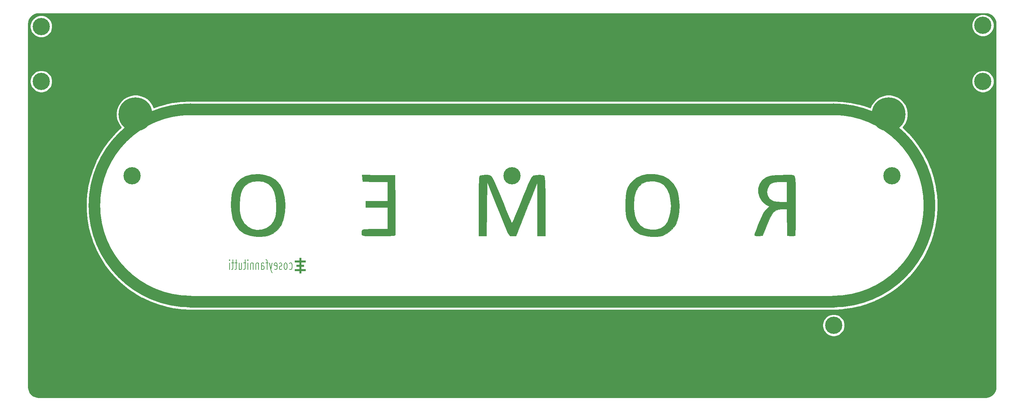
<source format=gbr>
G04 #@! TF.GenerationSoftware,KiCad,Pcbnew,(5.1.9)-1*
G04 #@! TF.CreationDate,2021-08-16T00:49:14+02:00*
G04 #@! TF.ProjectId,romeo-bottom,726f6d65-6f2d-4626-9f74-746f6d2e6b69,rev?*
G04 #@! TF.SameCoordinates,Original*
G04 #@! TF.FileFunction,Copper,L2,Bot*
G04 #@! TF.FilePolarity,Positive*
%FSLAX46Y46*%
G04 Gerber Fmt 4.6, Leading zero omitted, Abs format (unit mm)*
G04 Created by KiCad (PCBNEW (5.1.9)-1) date 2021-08-16 00:49:14*
%MOMM*%
%LPD*%
G01*
G04 APERTURE LIST*
G04 #@! TA.AperFunction,NonConductor*
%ADD10C,0.200000*%
G04 #@! TD*
G04 #@! TA.AperFunction,EtchedComponent*
%ADD11C,0.010000*%
G04 #@! TD*
G04 #@! TA.AperFunction,EtchedComponent*
%ADD12C,3.000000*%
G04 #@! TD*
G04 #@! TA.AperFunction,ComponentPad*
%ADD13C,8.600000*%
G04 #@! TD*
G04 #@! TA.AperFunction,ComponentPad*
%ADD14C,4.400000*%
G04 #@! TD*
G04 #@! TA.AperFunction,Conductor*
%ADD15C,0.254000*%
G04 #@! TD*
G04 #@! TA.AperFunction,Conductor*
%ADD16C,2.000000*%
G04 #@! TD*
G04 APERTURE END LIST*
D10*
X88870514Y-77567504D02*
X89013371Y-77686552D01*
X89299085Y-77686552D01*
X89441942Y-77567504D01*
X89513371Y-77448457D01*
X89584800Y-77210361D01*
X89584800Y-76496076D01*
X89513371Y-76257980D01*
X89441942Y-76138933D01*
X89299085Y-76019885D01*
X89013371Y-76019885D01*
X88870514Y-76138933D01*
X88013371Y-77686552D02*
X88156228Y-77567504D01*
X88227657Y-77448457D01*
X88299085Y-77210361D01*
X88299085Y-76496076D01*
X88227657Y-76257980D01*
X88156228Y-76138933D01*
X88013371Y-76019885D01*
X87799085Y-76019885D01*
X87656228Y-76138933D01*
X87584800Y-76257980D01*
X87513371Y-76496076D01*
X87513371Y-77210361D01*
X87584800Y-77448457D01*
X87656228Y-77567504D01*
X87799085Y-77686552D01*
X88013371Y-77686552D01*
X86941942Y-77567504D02*
X86799085Y-77686552D01*
X86513371Y-77686552D01*
X86370514Y-77567504D01*
X86299085Y-77329409D01*
X86299085Y-77210361D01*
X86370514Y-76972266D01*
X86513371Y-76853219D01*
X86727657Y-76853219D01*
X86870514Y-76734171D01*
X86941942Y-76496076D01*
X86941942Y-76377028D01*
X86870514Y-76138933D01*
X86727657Y-76019885D01*
X86513371Y-76019885D01*
X86370514Y-76138933D01*
X85084800Y-77567504D02*
X85227657Y-77686552D01*
X85513371Y-77686552D01*
X85656228Y-77567504D01*
X85727657Y-77329409D01*
X85727657Y-76377028D01*
X85656228Y-76138933D01*
X85513371Y-76019885D01*
X85227657Y-76019885D01*
X85084800Y-76138933D01*
X85013371Y-76377028D01*
X85013371Y-76615123D01*
X85727657Y-76853219D01*
X84513371Y-76019885D02*
X84156228Y-77686552D01*
X83799085Y-76019885D02*
X84156228Y-77686552D01*
X84299085Y-78281790D01*
X84370514Y-78400838D01*
X84513371Y-78519885D01*
X83441942Y-76019885D02*
X82870514Y-76019885D01*
X83227657Y-77686552D02*
X83227657Y-75543695D01*
X83156228Y-75305600D01*
X83013371Y-75186552D01*
X82870514Y-75186552D01*
X81727657Y-77686552D02*
X81727657Y-76377028D01*
X81799085Y-76138933D01*
X81941942Y-76019885D01*
X82227657Y-76019885D01*
X82370514Y-76138933D01*
X81727657Y-77567504D02*
X81870514Y-77686552D01*
X82227657Y-77686552D01*
X82370514Y-77567504D01*
X82441942Y-77329409D01*
X82441942Y-77091314D01*
X82370514Y-76853219D01*
X82227657Y-76734171D01*
X81870514Y-76734171D01*
X81727657Y-76615123D01*
X81013371Y-76019885D02*
X81013371Y-77686552D01*
X81013371Y-76257980D02*
X80941942Y-76138933D01*
X80799085Y-76019885D01*
X80584800Y-76019885D01*
X80441942Y-76138933D01*
X80370514Y-76377028D01*
X80370514Y-77686552D01*
X79656228Y-76019885D02*
X79656228Y-77686552D01*
X79656228Y-76257980D02*
X79584800Y-76138933D01*
X79441942Y-76019885D01*
X79227657Y-76019885D01*
X79084800Y-76138933D01*
X79013371Y-76377028D01*
X79013371Y-77686552D01*
X78299085Y-77686552D02*
X78299085Y-76019885D01*
X78299085Y-75186552D02*
X78370514Y-75305600D01*
X78299085Y-75424647D01*
X78227657Y-75305600D01*
X78299085Y-75186552D01*
X78299085Y-75424647D01*
X77799085Y-76019885D02*
X77227657Y-76019885D01*
X77584800Y-75186552D02*
X77584800Y-77329409D01*
X77513371Y-77567504D01*
X77370514Y-77686552D01*
X77227657Y-77686552D01*
X76084800Y-76019885D02*
X76084800Y-77686552D01*
X76727657Y-76019885D02*
X76727657Y-77329409D01*
X76656228Y-77567504D01*
X76513371Y-77686552D01*
X76299085Y-77686552D01*
X76156228Y-77567504D01*
X76084800Y-77448457D01*
X75584800Y-76019885D02*
X75013371Y-76019885D01*
X75370514Y-75186552D02*
X75370514Y-77329409D01*
X75299085Y-77567504D01*
X75156228Y-77686552D01*
X75013371Y-77686552D01*
X74727657Y-76019885D02*
X74156228Y-76019885D01*
X74513371Y-75186552D02*
X74513371Y-77329409D01*
X74441942Y-77567504D01*
X74299085Y-77686552D01*
X74156228Y-77686552D01*
X73656228Y-77686552D02*
X73656228Y-76019885D01*
X73656228Y-75186552D02*
X73727657Y-75305600D01*
X73656228Y-75424647D01*
X73584800Y-75305600D01*
X73656228Y-75186552D01*
X73656228Y-75424647D01*
D11*
G36*
X91837934Y-78001377D02*
G01*
X92407317Y-77999200D01*
X92976700Y-77997024D01*
X92976700Y-77590624D01*
X91837934Y-77586272D01*
X91837934Y-76925991D01*
X92557601Y-76925991D01*
X92557601Y-76494191D01*
X91837934Y-76494191D01*
X91837934Y-75816977D01*
X92407317Y-75814800D01*
X92976700Y-75812624D01*
X92978963Y-75598841D01*
X92981225Y-75385058D01*
X91837934Y-75385058D01*
X91837934Y-74766991D01*
X91397667Y-74766991D01*
X91397667Y-75385058D01*
X90263134Y-75385058D01*
X90263134Y-75816857D01*
X91397667Y-75816857D01*
X91397667Y-76494191D01*
X90686467Y-76494191D01*
X90686467Y-76925991D01*
X91397667Y-76925991D01*
X91397667Y-77586391D01*
X90263134Y-77586391D01*
X90263134Y-78001257D01*
X91397448Y-78001257D01*
X91401900Y-78589691D01*
X91619917Y-78591950D01*
X91837934Y-78594210D01*
X91837934Y-78001377D01*
G37*
X91837934Y-78001377D02*
X92407317Y-77999200D01*
X92976700Y-77997024D01*
X92976700Y-77590624D01*
X91837934Y-77586272D01*
X91837934Y-76925991D01*
X92557601Y-76925991D01*
X92557601Y-76494191D01*
X91837934Y-76494191D01*
X91837934Y-75816977D01*
X92407317Y-75814800D01*
X92976700Y-75812624D01*
X92978963Y-75598841D01*
X92981225Y-75385058D01*
X91837934Y-75385058D01*
X91837934Y-74766991D01*
X91397667Y-74766991D01*
X91397667Y-75385058D01*
X90263134Y-75385058D01*
X90263134Y-75816857D01*
X91397667Y-75816857D01*
X91397667Y-76494191D01*
X90686467Y-76494191D01*
X90686467Y-76925991D01*
X91397667Y-76925991D01*
X91397667Y-77586391D01*
X90263134Y-77586391D01*
X90263134Y-78001257D01*
X91397448Y-78001257D01*
X91401900Y-78589691D01*
X91619917Y-78591950D01*
X91837934Y-78594210D01*
X91837934Y-78001377D01*
D12*
X227271166Y-85872600D02*
X63737832Y-85872600D01*
X227271166Y-36872600D02*
X63737832Y-36872600D01*
D11*
G36*
X107446455Y-54404914D02*
G01*
X107515902Y-55245407D01*
X110690902Y-55307226D01*
X113865902Y-55369046D01*
X113865902Y-60258565D01*
X108295727Y-60258565D01*
X108295727Y-61818214D01*
X113865902Y-61818214D01*
X113865902Y-67388390D01*
X110650215Y-67388390D01*
X109389865Y-67392096D01*
X108504579Y-67409455D01*
X107923826Y-67449829D01*
X107577077Y-67522580D01*
X107393802Y-67637071D01*
X107303470Y-67802662D01*
X107293095Y-67834004D01*
X107240202Y-68426587D01*
X107293095Y-68725232D01*
X107364595Y-68882140D01*
X107506064Y-68997170D01*
X107779352Y-69076799D01*
X108246308Y-69127504D01*
X108968784Y-69155761D01*
X110008628Y-69168047D01*
X111427691Y-69170839D01*
X111548436Y-69170846D01*
X113099380Y-69162855D01*
X114250007Y-69136889D01*
X115045358Y-69089959D01*
X115530479Y-69019078D01*
X115750412Y-68921255D01*
X115769826Y-68890753D01*
X115793764Y-68607969D01*
X115812385Y-67933748D01*
X115825347Y-66922238D01*
X115832311Y-65627588D01*
X115832935Y-64103947D01*
X115826878Y-62405464D01*
X115818535Y-61148209D01*
X115759762Y-53685758D01*
X111568384Y-53625089D01*
X107377007Y-53564421D01*
X107446455Y-54404914D01*
G37*
X107446455Y-54404914D02*
X107515902Y-55245407D01*
X110690902Y-55307226D01*
X113865902Y-55369046D01*
X113865902Y-60258565D01*
X108295727Y-60258565D01*
X108295727Y-61818214D01*
X113865902Y-61818214D01*
X113865902Y-67388390D01*
X110650215Y-67388390D01*
X109389865Y-67392096D01*
X108504579Y-67409455D01*
X107923826Y-67449829D01*
X107577077Y-67522580D01*
X107393802Y-67637071D01*
X107303470Y-67802662D01*
X107293095Y-67834004D01*
X107240202Y-68426587D01*
X107293095Y-68725232D01*
X107364595Y-68882140D01*
X107506064Y-68997170D01*
X107779352Y-69076799D01*
X108246308Y-69127504D01*
X108968784Y-69155761D01*
X110008628Y-69168047D01*
X111427691Y-69170839D01*
X111548436Y-69170846D01*
X113099380Y-69162855D01*
X114250007Y-69136889D01*
X115045358Y-69089959D01*
X115530479Y-69019078D01*
X115750412Y-68921255D01*
X115769826Y-68890753D01*
X115793764Y-68607969D01*
X115812385Y-67933748D01*
X115825347Y-66922238D01*
X115832311Y-65627588D01*
X115832935Y-64103947D01*
X115826878Y-62405464D01*
X115818535Y-61148209D01*
X115759762Y-53685758D01*
X111568384Y-53625089D01*
X107377007Y-53564421D01*
X107446455Y-54404914D01*
G36*
X151768257Y-53611709D02*
G01*
X151062461Y-53761425D01*
X150660080Y-53964267D01*
X150441743Y-54287844D01*
X150087974Y-54988002D01*
X149617225Y-56023123D01*
X149047948Y-57351588D01*
X148398595Y-58931778D01*
X147870179Y-60256955D01*
X147190849Y-61974661D01*
X146652634Y-63315859D01*
X146236597Y-64319925D01*
X145923803Y-65026231D01*
X145695314Y-65474150D01*
X145532196Y-65703056D01*
X145415512Y-65752321D01*
X145326326Y-65661318D01*
X145298416Y-65604324D01*
X145148376Y-65251202D01*
X144854811Y-64548191D01*
X144443542Y-63557580D01*
X143940392Y-62341661D01*
X143371182Y-60962725D01*
X142872143Y-59751359D01*
X142263686Y-58291109D01*
X141690936Y-56950326D01*
X141181011Y-55789859D01*
X140761030Y-54870559D01*
X140458114Y-54253275D01*
X140315188Y-54014078D01*
X139939292Y-53730186D01*
X139358329Y-53597665D01*
X138755627Y-53574355D01*
X138035658Y-53622040D01*
X137485022Y-53744070D01*
X137305200Y-53841723D01*
X137227072Y-54049532D01*
X137164019Y-54521474D01*
X137114984Y-55288372D01*
X137078911Y-56381050D01*
X137054742Y-57830332D01*
X137041421Y-59667043D01*
X137037832Y-61639969D01*
X137037832Y-69170846D01*
X139036747Y-69170846D01*
X139095623Y-62237193D01*
X139154499Y-55303539D01*
X141466269Y-61067456D01*
X142285351Y-63111525D01*
X142955627Y-64780829D01*
X143496749Y-66113147D01*
X143928366Y-67146261D01*
X144270129Y-67917950D01*
X144541689Y-68465995D01*
X144762695Y-68828177D01*
X144952798Y-69042277D01*
X145131648Y-69146075D01*
X145318895Y-69177351D01*
X145534190Y-69173886D01*
X145680975Y-69170846D01*
X146550394Y-69170846D01*
X148401711Y-64436197D01*
X148996408Y-62917369D01*
X149594566Y-61393415D01*
X150157415Y-59962844D01*
X150646183Y-58724166D01*
X151022099Y-57775891D01*
X151098238Y-57584881D01*
X151943448Y-55468214D01*
X151965902Y-69170846D01*
X153971165Y-69170846D01*
X153971165Y-61639969D01*
X153966561Y-59434752D01*
X153952045Y-57644238D01*
X153926558Y-56237602D01*
X153889046Y-55184020D01*
X153838450Y-54452667D01*
X153773714Y-54012720D01*
X153703797Y-53841723D01*
X153258717Y-53645022D01*
X152556940Y-53570630D01*
X151768257Y-53611709D01*
G37*
X151768257Y-53611709D02*
X151062461Y-53761425D01*
X150660080Y-53964267D01*
X150441743Y-54287844D01*
X150087974Y-54988002D01*
X149617225Y-56023123D01*
X149047948Y-57351588D01*
X148398595Y-58931778D01*
X147870179Y-60256955D01*
X147190849Y-61974661D01*
X146652634Y-63315859D01*
X146236597Y-64319925D01*
X145923803Y-65026231D01*
X145695314Y-65474150D01*
X145532196Y-65703056D01*
X145415512Y-65752321D01*
X145326326Y-65661318D01*
X145298416Y-65604324D01*
X145148376Y-65251202D01*
X144854811Y-64548191D01*
X144443542Y-63557580D01*
X143940392Y-62341661D01*
X143371182Y-60962725D01*
X142872143Y-59751359D01*
X142263686Y-58291109D01*
X141690936Y-56950326D01*
X141181011Y-55789859D01*
X140761030Y-54870559D01*
X140458114Y-54253275D01*
X140315188Y-54014078D01*
X139939292Y-53730186D01*
X139358329Y-53597665D01*
X138755627Y-53574355D01*
X138035658Y-53622040D01*
X137485022Y-53744070D01*
X137305200Y-53841723D01*
X137227072Y-54049532D01*
X137164019Y-54521474D01*
X137114984Y-55288372D01*
X137078911Y-56381050D01*
X137054742Y-57830332D01*
X137041421Y-59667043D01*
X137037832Y-61639969D01*
X137037832Y-69170846D01*
X139036747Y-69170846D01*
X139095623Y-62237193D01*
X139154499Y-55303539D01*
X141466269Y-61067456D01*
X142285351Y-63111525D01*
X142955627Y-64780829D01*
X143496749Y-66113147D01*
X143928366Y-67146261D01*
X144270129Y-67917950D01*
X144541689Y-68465995D01*
X144762695Y-68828177D01*
X144952798Y-69042277D01*
X145131648Y-69146075D01*
X145318895Y-69177351D01*
X145534190Y-69173886D01*
X145680975Y-69170846D01*
X146550394Y-69170846D01*
X148401711Y-64436197D01*
X148996408Y-62917369D01*
X149594566Y-61393415D01*
X150157415Y-59962844D01*
X150646183Y-58724166D01*
X151022099Y-57775891D01*
X151098238Y-57584881D01*
X151943448Y-55468214D01*
X151965902Y-69170846D01*
X153971165Y-69170846D01*
X153971165Y-61639969D01*
X153966561Y-59434752D01*
X153952045Y-57644238D01*
X153926558Y-56237602D01*
X153889046Y-55184020D01*
X153838450Y-54452667D01*
X153773714Y-54012720D01*
X153703797Y-53841723D01*
X153258717Y-53645022D01*
X152556940Y-53570630D01*
X151768257Y-53611709D01*
G36*
X214913290Y-53592908D02*
G01*
X214115325Y-53613690D01*
X212842281Y-53659090D01*
X211918087Y-53720813D01*
X211245982Y-53813287D01*
X210729206Y-53950936D01*
X210270998Y-54148188D01*
X210165495Y-54202567D01*
X209181823Y-54944017D01*
X208525342Y-55903228D01*
X208193476Y-56998252D01*
X208183647Y-58147139D01*
X208493281Y-59267941D01*
X209119800Y-60278711D01*
X210060629Y-61097499D01*
X210388156Y-61285405D01*
X211037243Y-61621061D01*
X210459100Y-62075829D01*
X210014036Y-62548261D01*
X209545242Y-63227185D01*
X209352312Y-63573827D01*
X208998929Y-64315384D01*
X208595564Y-65230051D01*
X208182100Y-66218251D01*
X207798423Y-67180411D01*
X207484416Y-68016958D01*
X207279966Y-68628317D01*
X207222043Y-68892140D01*
X207358452Y-69080808D01*
X207815293Y-69143275D01*
X208265636Y-69127352D01*
X209309230Y-69059442D01*
X210369552Y-66385758D01*
X210987252Y-64919830D01*
X211545347Y-63834482D01*
X212092303Y-63077986D01*
X212676586Y-62598611D01*
X213346661Y-62344628D01*
X214150993Y-62264307D01*
X214231388Y-62263828D01*
X215454296Y-62263828D01*
X215577306Y-69059442D01*
X216476617Y-69125628D01*
X217081878Y-69131384D01*
X217482565Y-69064257D01*
X217534950Y-69032792D01*
X217573293Y-68779322D01*
X217608310Y-68133986D01*
X217638852Y-67150526D01*
X217663768Y-65882684D01*
X217681908Y-64384203D01*
X217692123Y-62708825D01*
X217693972Y-61600858D01*
X217690029Y-59489252D01*
X217677198Y-57783810D01*
X217653979Y-56445145D01*
X217618872Y-55433869D01*
X217613706Y-55356811D01*
X215465902Y-55356811D01*
X215465902Y-60481372D01*
X214010500Y-60481372D01*
X213111577Y-60431711D01*
X212275421Y-60303042D01*
X211797229Y-60164714D01*
X211027728Y-59627856D01*
X210548672Y-58851185D01*
X210375215Y-57945300D01*
X210522515Y-57020797D01*
X211005728Y-56188277D01*
X211222327Y-55969530D01*
X211609774Y-55659036D01*
X211998567Y-55475515D01*
X212520653Y-55386164D01*
X213307981Y-55358180D01*
X213686961Y-55356811D01*
X215465902Y-55356811D01*
X217613706Y-55356811D01*
X217570377Y-54710594D01*
X217506993Y-54235931D01*
X217427221Y-53970492D01*
X217401728Y-53928278D01*
X217241316Y-53766729D01*
X216988789Y-53659743D01*
X216567623Y-53599994D01*
X215901297Y-53580157D01*
X214913290Y-53592908D01*
G37*
X214913290Y-53592908D02*
X214115325Y-53613690D01*
X212842281Y-53659090D01*
X211918087Y-53720813D01*
X211245982Y-53813287D01*
X210729206Y-53950936D01*
X210270998Y-54148188D01*
X210165495Y-54202567D01*
X209181823Y-54944017D01*
X208525342Y-55903228D01*
X208193476Y-56998252D01*
X208183647Y-58147139D01*
X208493281Y-59267941D01*
X209119800Y-60278711D01*
X210060629Y-61097499D01*
X210388156Y-61285405D01*
X211037243Y-61621061D01*
X210459100Y-62075829D01*
X210014036Y-62548261D01*
X209545242Y-63227185D01*
X209352312Y-63573827D01*
X208998929Y-64315384D01*
X208595564Y-65230051D01*
X208182100Y-66218251D01*
X207798423Y-67180411D01*
X207484416Y-68016958D01*
X207279966Y-68628317D01*
X207222043Y-68892140D01*
X207358452Y-69080808D01*
X207815293Y-69143275D01*
X208265636Y-69127352D01*
X209309230Y-69059442D01*
X210369552Y-66385758D01*
X210987252Y-64919830D01*
X211545347Y-63834482D01*
X212092303Y-63077986D01*
X212676586Y-62598611D01*
X213346661Y-62344628D01*
X214150993Y-62264307D01*
X214231388Y-62263828D01*
X215454296Y-62263828D01*
X215577306Y-69059442D01*
X216476617Y-69125628D01*
X217081878Y-69131384D01*
X217482565Y-69064257D01*
X217534950Y-69032792D01*
X217573293Y-68779322D01*
X217608310Y-68133986D01*
X217638852Y-67150526D01*
X217663768Y-65882684D01*
X217681908Y-64384203D01*
X217692123Y-62708825D01*
X217693972Y-61600858D01*
X217690029Y-59489252D01*
X217677198Y-57783810D01*
X217653979Y-56445145D01*
X217618872Y-55433869D01*
X217613706Y-55356811D01*
X215465902Y-55356811D01*
X215465902Y-60481372D01*
X214010500Y-60481372D01*
X213111577Y-60431711D01*
X212275421Y-60303042D01*
X211797229Y-60164714D01*
X211027728Y-59627856D01*
X210548672Y-58851185D01*
X210375215Y-57945300D01*
X210522515Y-57020797D01*
X211005728Y-56188277D01*
X211222327Y-55969530D01*
X211609774Y-55659036D01*
X211998567Y-55475515D01*
X212520653Y-55386164D01*
X213307981Y-55358180D01*
X213686961Y-55356811D01*
X215465902Y-55356811D01*
X217613706Y-55356811D01*
X217570377Y-54710594D01*
X217506993Y-54235931D01*
X217427221Y-53970492D01*
X217401728Y-53928278D01*
X217241316Y-53766729D01*
X216988789Y-53659743D01*
X216567623Y-53599994D01*
X215901297Y-53580157D01*
X214913290Y-53592908D01*
G36*
X79331497Y-53469493D02*
G01*
X77720398Y-53898020D01*
X76372752Y-54677934D01*
X75299545Y-55803243D01*
X74633004Y-56977275D01*
X74271036Y-58141582D01*
X74051036Y-59586521D01*
X73976778Y-61169076D01*
X74052038Y-62746235D01*
X74280591Y-64174982D01*
X74428760Y-64713772D01*
X75137272Y-66336730D01*
X76107993Y-67601095D01*
X77349205Y-68513074D01*
X78869188Y-69078874D01*
X80547592Y-69300138D01*
X81535015Y-69307917D01*
X82472990Y-69259520D01*
X83174525Y-69165251D01*
X83229937Y-69152348D01*
X84645386Y-68583933D01*
X85815824Y-67657301D01*
X86727859Y-66394921D01*
X87368098Y-64819267D01*
X87723148Y-62952810D01*
X87794837Y-61492894D01*
X87755108Y-60951199D01*
X85532721Y-60951199D01*
X85514473Y-62763339D01*
X85289329Y-64227745D01*
X84843166Y-65398441D01*
X84161861Y-66329454D01*
X84114008Y-66378061D01*
X83074645Y-67117360D01*
X81820303Y-67530757D01*
X80462638Y-67595474D01*
X79308361Y-67358510D01*
X78281721Y-66798260D01*
X77373909Y-65881818D01*
X76671316Y-64697423D01*
X76645850Y-64639102D01*
X76405594Y-63988160D01*
X76258145Y-63307349D01*
X76184346Y-62461083D01*
X76165040Y-61313774D01*
X76165184Y-61237137D01*
X76257772Y-59521695D01*
X76539174Y-58149012D01*
X77029602Y-57049359D01*
X77592813Y-56312123D01*
X78479878Y-55666862D01*
X79609319Y-55274948D01*
X80851403Y-55144563D01*
X82076394Y-55283892D01*
X83154557Y-55701119D01*
X83505025Y-55939178D01*
X84373730Y-56814019D01*
X84981789Y-57884808D01*
X85357829Y-59222305D01*
X85530475Y-60897269D01*
X85532721Y-60951199D01*
X87755108Y-60951199D01*
X87638113Y-59356053D01*
X87177531Y-57536629D01*
X86417315Y-56039803D01*
X85361691Y-54870757D01*
X84014882Y-54034672D01*
X82381113Y-53536729D01*
X81195060Y-53398346D01*
X79331497Y-53469493D01*
G37*
X79331497Y-53469493D02*
X77720398Y-53898020D01*
X76372752Y-54677934D01*
X75299545Y-55803243D01*
X74633004Y-56977275D01*
X74271036Y-58141582D01*
X74051036Y-59586521D01*
X73976778Y-61169076D01*
X74052038Y-62746235D01*
X74280591Y-64174982D01*
X74428760Y-64713772D01*
X75137272Y-66336730D01*
X76107993Y-67601095D01*
X77349205Y-68513074D01*
X78869188Y-69078874D01*
X80547592Y-69300138D01*
X81535015Y-69307917D01*
X82472990Y-69259520D01*
X83174525Y-69165251D01*
X83229937Y-69152348D01*
X84645386Y-68583933D01*
X85815824Y-67657301D01*
X86727859Y-66394921D01*
X87368098Y-64819267D01*
X87723148Y-62952810D01*
X87794837Y-61492894D01*
X87755108Y-60951199D01*
X85532721Y-60951199D01*
X85514473Y-62763339D01*
X85289329Y-64227745D01*
X84843166Y-65398441D01*
X84161861Y-66329454D01*
X84114008Y-66378061D01*
X83074645Y-67117360D01*
X81820303Y-67530757D01*
X80462638Y-67595474D01*
X79308361Y-67358510D01*
X78281721Y-66798260D01*
X77373909Y-65881818D01*
X76671316Y-64697423D01*
X76645850Y-64639102D01*
X76405594Y-63988160D01*
X76258145Y-63307349D01*
X76184346Y-62461083D01*
X76165040Y-61313774D01*
X76165184Y-61237137D01*
X76257772Y-59521695D01*
X76539174Y-58149012D01*
X77029602Y-57049359D01*
X77592813Y-56312123D01*
X78479878Y-55666862D01*
X79609319Y-55274948D01*
X80851403Y-55144563D01*
X82076394Y-55283892D01*
X83154557Y-55701119D01*
X83505025Y-55939178D01*
X84373730Y-56814019D01*
X84981789Y-57884808D01*
X85357829Y-59222305D01*
X85530475Y-60897269D01*
X85532721Y-60951199D01*
X87755108Y-60951199D01*
X87638113Y-59356053D01*
X87177531Y-57536629D01*
X86417315Y-56039803D01*
X85361691Y-54870757D01*
X84014882Y-54034672D01*
X82381113Y-53536729D01*
X81195060Y-53398346D01*
X79331497Y-53469493D01*
G36*
X179869075Y-53416767D02*
G01*
X178440079Y-53712262D01*
X177222174Y-54308563D01*
X176260222Y-55104429D01*
X175528067Y-55936311D01*
X175001286Y-56804420D01*
X174651849Y-57800011D01*
X174451726Y-59014334D01*
X174372886Y-60538645D01*
X174369054Y-61261197D01*
X174388955Y-62518344D01*
X174446733Y-63449831D01*
X174557601Y-64175036D01*
X174736767Y-64813335D01*
X174865846Y-65160319D01*
X175666824Y-66695599D01*
X176717115Y-67869413D01*
X178032622Y-68692517D01*
X179629250Y-69175668D01*
X181018101Y-69321309D01*
X182444107Y-69300352D01*
X183595569Y-69131253D01*
X183847554Y-69060498D01*
X185016666Y-68489380D01*
X186111238Y-67605096D01*
X186991488Y-66535294D01*
X187360881Y-65852202D01*
X187774150Y-64515672D01*
X188013674Y-62925566D01*
X188068085Y-61498448D01*
X185953036Y-61498448D01*
X185834149Y-63014722D01*
X185522622Y-64417937D01*
X185041885Y-65606125D01*
X184415371Y-66477315D01*
X184345701Y-66542986D01*
X183351913Y-67166500D01*
X182132666Y-67515410D01*
X180826386Y-67572334D01*
X179571497Y-67319888D01*
X179233897Y-67184941D01*
X178136792Y-66449192D01*
X177314681Y-65365407D01*
X176769472Y-63937689D01*
X176503079Y-62170134D01*
X176474674Y-61266225D01*
X176610086Y-59363878D01*
X177015849Y-57814282D01*
X177691254Y-56618255D01*
X178635591Y-55776614D01*
X179848151Y-55290178D01*
X181328225Y-55159764D01*
X181751181Y-55183808D01*
X183076385Y-55482964D01*
X184150196Y-56142565D01*
X184976454Y-57167087D01*
X185558995Y-58561007D01*
X185855851Y-59971086D01*
X185953036Y-61498448D01*
X188068085Y-61498448D01*
X188078492Y-61225505D01*
X187967646Y-59559112D01*
X187680177Y-58070008D01*
X187417932Y-57310658D01*
X186566492Y-55837604D01*
X185425619Y-54700269D01*
X184009402Y-53908112D01*
X182331930Y-53470590D01*
X181587955Y-53396824D01*
X179869075Y-53416767D01*
G37*
X179869075Y-53416767D02*
X178440079Y-53712262D01*
X177222174Y-54308563D01*
X176260222Y-55104429D01*
X175528067Y-55936311D01*
X175001286Y-56804420D01*
X174651849Y-57800011D01*
X174451726Y-59014334D01*
X174372886Y-60538645D01*
X174369054Y-61261197D01*
X174388955Y-62518344D01*
X174446733Y-63449831D01*
X174557601Y-64175036D01*
X174736767Y-64813335D01*
X174865846Y-65160319D01*
X175666824Y-66695599D01*
X176717115Y-67869413D01*
X178032622Y-68692517D01*
X179629250Y-69175668D01*
X181018101Y-69321309D01*
X182444107Y-69300352D01*
X183595569Y-69131253D01*
X183847554Y-69060498D01*
X185016666Y-68489380D01*
X186111238Y-67605096D01*
X186991488Y-66535294D01*
X187360881Y-65852202D01*
X187774150Y-64515672D01*
X188013674Y-62925566D01*
X188068085Y-61498448D01*
X185953036Y-61498448D01*
X185834149Y-63014722D01*
X185522622Y-64417937D01*
X185041885Y-65606125D01*
X184415371Y-66477315D01*
X184345701Y-66542986D01*
X183351913Y-67166500D01*
X182132666Y-67515410D01*
X180826386Y-67572334D01*
X179571497Y-67319888D01*
X179233897Y-67184941D01*
X178136792Y-66449192D01*
X177314681Y-65365407D01*
X176769472Y-63937689D01*
X176503079Y-62170134D01*
X176474674Y-61266225D01*
X176610086Y-59363878D01*
X177015849Y-57814282D01*
X177691254Y-56618255D01*
X178635591Y-55776614D01*
X179848151Y-55290178D01*
X181328225Y-55159764D01*
X181751181Y-55183808D01*
X183076385Y-55482964D01*
X184150196Y-56142565D01*
X184976454Y-57167087D01*
X185558995Y-58561007D01*
X185855851Y-59971086D01*
X185953036Y-61498448D01*
X188068085Y-61498448D01*
X188078492Y-61225505D01*
X187967646Y-59559112D01*
X187680177Y-58070008D01*
X187417932Y-57310658D01*
X186566492Y-55837604D01*
X185425619Y-54700269D01*
X184009402Y-53908112D01*
X182331930Y-53470590D01*
X181587955Y-53396824D01*
X179869075Y-53416767D01*
D12*
X63737832Y-36872600D02*
G75*
G03*
X63737832Y-85872600I0J-24500000D01*
G01*
X227271166Y-85872600D02*
G75*
G03*
X227271166Y-36872600I0J24500000D01*
G01*
D13*
X241366999Y-38133400D03*
X49717001Y-38133400D03*
D14*
X227380800Y-91922600D03*
X63703200Y-91922600D03*
X48844200Y-53822600D03*
X242239800Y-53822600D03*
X145504499Y-53822600D03*
X265366999Y-15497599D03*
X265366999Y-29772600D03*
X25717001Y-29772600D03*
X25717001Y-15772600D03*
D15*
X266022539Y-12482601D02*
X266561408Y-12534944D01*
X267046132Y-12680812D01*
X267493287Y-12918047D01*
X267885849Y-13237621D01*
X268208862Y-13627355D01*
X268450023Y-14072408D01*
X268600148Y-14555829D01*
X268657001Y-15092077D01*
X268656999Y-107628138D01*
X268604656Y-108167009D01*
X268458788Y-108651732D01*
X268221552Y-109098888D01*
X267901979Y-109491449D01*
X267512243Y-109814463D01*
X267067192Y-110055623D01*
X266583771Y-110205748D01*
X266047529Y-110262600D01*
X25061466Y-110264659D01*
X24522591Y-110212316D01*
X24037868Y-110066448D01*
X23590712Y-109829212D01*
X23198151Y-109509639D01*
X22875137Y-109119903D01*
X22633977Y-108674852D01*
X22483852Y-108191431D01*
X22426999Y-107655183D01*
X22426999Y-91643377D01*
X224545800Y-91643377D01*
X224545800Y-92201823D01*
X224654748Y-92749539D01*
X224868456Y-93265476D01*
X225178712Y-93729807D01*
X225573593Y-94124688D01*
X226037924Y-94434944D01*
X226553861Y-94648652D01*
X227101577Y-94757600D01*
X227660023Y-94757600D01*
X228207739Y-94648652D01*
X228723676Y-94434944D01*
X229188007Y-94124688D01*
X229582888Y-93729807D01*
X229893144Y-93265476D01*
X230106852Y-92749539D01*
X230215800Y-92201823D01*
X230215800Y-91643377D01*
X230106852Y-91095661D01*
X229893144Y-90579724D01*
X229582888Y-90115393D01*
X229188007Y-89720512D01*
X228723676Y-89410256D01*
X228207739Y-89196548D01*
X227660023Y-89087600D01*
X227101577Y-89087600D01*
X226553861Y-89196548D01*
X226037924Y-89410256D01*
X225573593Y-89720512D01*
X225178712Y-90115393D01*
X224868456Y-90579724D01*
X224654748Y-91095661D01*
X224545800Y-91643377D01*
X22426999Y-91643377D01*
X22426999Y-60506383D01*
X37117786Y-60506383D01*
X37117786Y-60528740D01*
X37128082Y-62495171D01*
X37131463Y-62569613D01*
X37134063Y-62644073D01*
X37135856Y-62666358D01*
X37303825Y-64625630D01*
X37313168Y-64699588D01*
X37321728Y-64773571D01*
X37325302Y-64795640D01*
X37649861Y-66735130D01*
X37665105Y-66808097D01*
X37679571Y-66881159D01*
X37684904Y-66902871D01*
X38163963Y-68810084D01*
X38185004Y-68881574D01*
X38205289Y-68953261D01*
X38212346Y-68974475D01*
X38842818Y-70837124D01*
X38869532Y-70906715D01*
X38895493Y-70976524D01*
X38904229Y-70997104D01*
X39682052Y-72803191D01*
X39714249Y-72870391D01*
X39745737Y-72937918D01*
X39756095Y-72957731D01*
X40676259Y-74695619D01*
X40713760Y-74760052D01*
X40750545Y-74824805D01*
X40762458Y-74843724D01*
X41819035Y-76502217D01*
X41861557Y-76563397D01*
X41903441Y-76625028D01*
X41916834Y-76642931D01*
X43103017Y-78211346D01*
X43150300Y-78268910D01*
X43197002Y-78326995D01*
X43211787Y-78343765D01*
X44519935Y-79811998D01*
X44571704Y-79865606D01*
X44622890Y-79919734D01*
X44638973Y-79935265D01*
X46060657Y-81293855D01*
X46116550Y-81343132D01*
X46171922Y-81392989D01*
X46189198Y-81407180D01*
X47715261Y-82647378D01*
X47774942Y-82692025D01*
X47834118Y-82737269D01*
X47852476Y-82750028D01*
X49473086Y-83863843D01*
X49536163Y-83903565D01*
X49598769Y-83943912D01*
X49618092Y-83955158D01*
X51322808Y-84935413D01*
X51388863Y-84969946D01*
X51454507Y-85005144D01*
X51474647Y-85014793D01*
X51474670Y-85014805D01*
X51474691Y-85014814D01*
X53252510Y-85855185D01*
X53321064Y-85884284D01*
X53389378Y-85914130D01*
X53410251Y-85922142D01*
X55249762Y-86617235D01*
X55320494Y-86640764D01*
X55390916Y-86665013D01*
X55412347Y-86671320D01*
X55412365Y-86671326D01*
X55412382Y-86671330D01*
X57301694Y-87216653D01*
X57374068Y-87234430D01*
X57446227Y-87252957D01*
X57468105Y-87257528D01*
X57468111Y-87257529D01*
X57468116Y-87257530D01*
X59395093Y-87649577D01*
X59468606Y-87661484D01*
X59542069Y-87674173D01*
X59564250Y-87676975D01*
X61516465Y-87913220D01*
X61590733Y-87919195D01*
X61664943Y-87925949D01*
X61687275Y-87926963D01*
X61687277Y-87926963D01*
X63590240Y-88003393D01*
X63632950Y-88007600D01*
X227376048Y-88007600D01*
X227381619Y-88007051D01*
X227538901Y-88006228D01*
X227576142Y-88004537D01*
X227613407Y-88004537D01*
X227635741Y-88003523D01*
X229599680Y-87904034D01*
X229673905Y-87897279D01*
X229748156Y-87891305D01*
X229770334Y-87888503D01*
X229770338Y-87888503D01*
X229770341Y-87888502D01*
X231719972Y-87631829D01*
X231793383Y-87619148D01*
X231866951Y-87607233D01*
X231888836Y-87602661D01*
X233811605Y-87190454D01*
X233883790Y-87171920D01*
X233956135Y-87154151D01*
X233977562Y-87147844D01*
X233977585Y-87147838D01*
X233977605Y-87147831D01*
X235861100Y-86582756D01*
X235931568Y-86558492D01*
X236002255Y-86534978D01*
X236023127Y-86526966D01*
X237855258Y-85812648D01*
X237923572Y-85782802D01*
X237992126Y-85753703D01*
X238012278Y-85744048D01*
X238012289Y-85744043D01*
X238012299Y-85744038D01*
X239781231Y-84885091D01*
X239846921Y-84849869D01*
X239912932Y-84815359D01*
X239932245Y-84804119D01*
X239932254Y-84804114D01*
X239932261Y-84804109D01*
X241626612Y-83806060D01*
X241689266Y-83765682D01*
X241752295Y-83725991D01*
X241770640Y-83713240D01*
X241770654Y-83713231D01*
X241770665Y-83713222D01*
X243379510Y-82582508D01*
X243438712Y-82537245D01*
X243498367Y-82492617D01*
X243515630Y-82478437D01*
X243515644Y-82478426D01*
X243515656Y-82478415D01*
X245028635Y-81222316D01*
X245084000Y-81172466D01*
X245139900Y-81123183D01*
X245155983Y-81107652D01*
X246563362Y-79734248D01*
X246614546Y-79680122D01*
X246666318Y-79626511D01*
X246681103Y-79609740D01*
X247973804Y-78127889D01*
X248020492Y-78069821D01*
X248067788Y-78012242D01*
X248081180Y-77994340D01*
X249250874Y-76413590D01*
X249292731Y-76351998D01*
X249335281Y-76290778D01*
X249347194Y-76271859D01*
X250386346Y-74602392D01*
X250423131Y-74537639D01*
X250460632Y-74473206D01*
X250470983Y-74453405D01*
X250470990Y-74453393D01*
X250470995Y-74453383D01*
X251372905Y-72705964D01*
X251404401Y-72638420D01*
X251436590Y-72571237D01*
X251445326Y-72550657D01*
X252204194Y-70736524D01*
X252230167Y-70666684D01*
X252256869Y-70597123D01*
X252263926Y-70575909D01*
X252874858Y-68706760D01*
X252895143Y-68635074D01*
X252916184Y-68563583D01*
X252921517Y-68541871D01*
X253380577Y-66629748D01*
X253395050Y-66556655D01*
X253410287Y-66483719D01*
X253413861Y-66461649D01*
X253718093Y-64518868D01*
X253726656Y-64444859D01*
X253735996Y-64370924D01*
X253737789Y-64348639D01*
X253885231Y-62387717D01*
X253887831Y-62313264D01*
X253891212Y-62238817D01*
X253891212Y-62216460D01*
X253880916Y-60250029D01*
X253877535Y-60175587D01*
X253874935Y-60101127D01*
X253873142Y-60078842D01*
X253705173Y-58119571D01*
X253695831Y-58045619D01*
X253687270Y-57971629D01*
X253683696Y-57949560D01*
X253359137Y-56010071D01*
X253343899Y-55937132D01*
X253329427Y-55864040D01*
X253324094Y-55842328D01*
X252845035Y-53935116D01*
X252823990Y-53863612D01*
X252803709Y-53791940D01*
X252796652Y-53770725D01*
X252166180Y-51908076D01*
X252139466Y-51838485D01*
X252113505Y-51768676D01*
X252104769Y-51748096D01*
X251326946Y-49942010D01*
X251294751Y-49874814D01*
X251263261Y-49807282D01*
X251252903Y-49787469D01*
X250332739Y-48049581D01*
X250295251Y-47985171D01*
X250258453Y-47920394D01*
X250246552Y-47901497D01*
X250246540Y-47901476D01*
X250246528Y-47901459D01*
X249189963Y-46242983D01*
X249147420Y-46181772D01*
X249105556Y-46120171D01*
X249092164Y-46102269D01*
X247905981Y-44533853D01*
X247858660Y-44476243D01*
X247811996Y-44418205D01*
X247797226Y-44401452D01*
X247797212Y-44401435D01*
X247797199Y-44401422D01*
X246489063Y-42933203D01*
X246437293Y-42879593D01*
X246386107Y-42825466D01*
X246370025Y-42809935D01*
X244989176Y-41490367D01*
X245200264Y-41279279D01*
X245740339Y-40470999D01*
X246112349Y-39572886D01*
X246301999Y-38619455D01*
X246301999Y-37647345D01*
X246112349Y-36693914D01*
X245740339Y-35795801D01*
X245200264Y-34987521D01*
X244512878Y-34300135D01*
X243704598Y-33760060D01*
X242806485Y-33388050D01*
X241853054Y-33198400D01*
X240880944Y-33198400D01*
X239927513Y-33388050D01*
X239029400Y-33760060D01*
X238221120Y-34300135D01*
X237533734Y-34987521D01*
X236993659Y-35795801D01*
X236707631Y-36486334D01*
X235759235Y-36127965D01*
X235688520Y-36104441D01*
X235618082Y-36080187D01*
X235596651Y-36073880D01*
X235596633Y-36073874D01*
X235596616Y-36073870D01*
X233707303Y-35528547D01*
X233634993Y-35510786D01*
X233562771Y-35492242D01*
X233540893Y-35487672D01*
X233540887Y-35487671D01*
X233540882Y-35487670D01*
X231613905Y-35095623D01*
X231540408Y-35083719D01*
X231466930Y-35071027D01*
X231444749Y-35068225D01*
X229492533Y-34831980D01*
X229418265Y-34826005D01*
X229344055Y-34819251D01*
X229321723Y-34818237D01*
X229321721Y-34818237D01*
X227418758Y-34741807D01*
X227376048Y-34737600D01*
X63632950Y-34737600D01*
X63627379Y-34738149D01*
X63470097Y-34738972D01*
X63432856Y-34740663D01*
X63395591Y-34740663D01*
X63373257Y-34741677D01*
X61409318Y-34841166D01*
X61335093Y-34847921D01*
X61260842Y-34853895D01*
X61238664Y-34856697D01*
X61238660Y-34856697D01*
X61238657Y-34856698D01*
X59289026Y-35113371D01*
X59215593Y-35126055D01*
X59142048Y-35137967D01*
X59120163Y-35142539D01*
X57197393Y-35554746D01*
X57125218Y-35573277D01*
X57052863Y-35591049D01*
X57031430Y-35597358D01*
X57031414Y-35597362D01*
X57031400Y-35597367D01*
X55147898Y-36162444D01*
X55077442Y-36186704D01*
X55006743Y-36210222D01*
X54985870Y-36218234D01*
X54365504Y-36460105D01*
X54090341Y-35795801D01*
X53550266Y-34987521D01*
X52862880Y-34300135D01*
X52054600Y-33760060D01*
X51156487Y-33388050D01*
X50203056Y-33198400D01*
X49230946Y-33198400D01*
X48277515Y-33388050D01*
X47379402Y-33760060D01*
X46571122Y-34300135D01*
X45883736Y-34987521D01*
X45343661Y-35795801D01*
X44971651Y-36693914D01*
X44782001Y-37647345D01*
X44782001Y-38619455D01*
X44971651Y-39572886D01*
X45343661Y-40470999D01*
X45883736Y-41279279D01*
X46060669Y-41456212D01*
X45980363Y-41522884D01*
X45924995Y-41572738D01*
X45869097Y-41622018D01*
X45853015Y-41637548D01*
X44445636Y-43010952D01*
X44394426Y-43065105D01*
X44342680Y-43118690D01*
X44327895Y-43135460D01*
X43035194Y-44617311D01*
X42988502Y-44675384D01*
X42941210Y-44732958D01*
X42927818Y-44750860D01*
X41758124Y-46331610D01*
X41716247Y-46393230D01*
X41673717Y-46454422D01*
X41661817Y-46473321D01*
X41661803Y-46473341D01*
X41661793Y-46473359D01*
X40622652Y-48142808D01*
X40585843Y-48207602D01*
X40548366Y-48271995D01*
X40538015Y-48291795D01*
X40538008Y-48291807D01*
X40538008Y-48291808D01*
X39636093Y-50039237D01*
X39604606Y-50106760D01*
X39572408Y-50173963D01*
X39563672Y-50194543D01*
X38804804Y-52008675D01*
X38778831Y-52078516D01*
X38752129Y-52148076D01*
X38745072Y-52169291D01*
X38134140Y-54038440D01*
X38113848Y-54110148D01*
X38092814Y-54181617D01*
X38087481Y-54203329D01*
X37628421Y-56115453D01*
X37613938Y-56188594D01*
X37598711Y-56261482D01*
X37595141Y-56283529D01*
X37595136Y-56283552D01*
X37595134Y-56283573D01*
X37290905Y-58226333D01*
X37282342Y-58300340D01*
X37273002Y-58374276D01*
X37271209Y-58396561D01*
X37123767Y-60357483D01*
X37121167Y-60431935D01*
X37117786Y-60506383D01*
X22426999Y-60506383D01*
X22427000Y-29493377D01*
X22882001Y-29493377D01*
X22882001Y-30051823D01*
X22990949Y-30599539D01*
X23204657Y-31115476D01*
X23514913Y-31579807D01*
X23909794Y-31974688D01*
X24374125Y-32284944D01*
X24890062Y-32498652D01*
X25437778Y-32607600D01*
X25996224Y-32607600D01*
X26543940Y-32498652D01*
X27059877Y-32284944D01*
X27524208Y-31974688D01*
X27919089Y-31579807D01*
X28229345Y-31115476D01*
X28443053Y-30599539D01*
X28552001Y-30051823D01*
X28552001Y-29493377D01*
X262531999Y-29493377D01*
X262531999Y-30051823D01*
X262640947Y-30599539D01*
X262854655Y-31115476D01*
X263164911Y-31579807D01*
X263559792Y-31974688D01*
X264024123Y-32284944D01*
X264540060Y-32498652D01*
X265087776Y-32607600D01*
X265646222Y-32607600D01*
X266193938Y-32498652D01*
X266709875Y-32284944D01*
X267174206Y-31974688D01*
X267569087Y-31579807D01*
X267879343Y-31115476D01*
X268093051Y-30599539D01*
X268201999Y-30051823D01*
X268201999Y-29493377D01*
X268093051Y-28945661D01*
X267879343Y-28429724D01*
X267569087Y-27965393D01*
X267174206Y-27570512D01*
X266709875Y-27260256D01*
X266193938Y-27046548D01*
X265646222Y-26937600D01*
X265087776Y-26937600D01*
X264540060Y-27046548D01*
X264024123Y-27260256D01*
X263559792Y-27570512D01*
X263164911Y-27965393D01*
X262854655Y-28429724D01*
X262640947Y-28945661D01*
X262531999Y-29493377D01*
X28552001Y-29493377D01*
X28443053Y-28945661D01*
X28229345Y-28429724D01*
X27919089Y-27965393D01*
X27524208Y-27570512D01*
X27059877Y-27260256D01*
X26543940Y-27046548D01*
X25996224Y-26937600D01*
X25437778Y-26937600D01*
X24890062Y-27046548D01*
X24374125Y-27260256D01*
X23909794Y-27570512D01*
X23514913Y-27965393D01*
X23204657Y-28429724D01*
X22990949Y-28945661D01*
X22882001Y-29493377D01*
X22427000Y-29493377D01*
X22427000Y-15493377D01*
X22882001Y-15493377D01*
X22882001Y-16051823D01*
X22990949Y-16599539D01*
X23204657Y-17115476D01*
X23514913Y-17579807D01*
X23909794Y-17974688D01*
X24374125Y-18284944D01*
X24890062Y-18498652D01*
X25437778Y-18607600D01*
X25996224Y-18607600D01*
X26543940Y-18498652D01*
X27059877Y-18284944D01*
X27524208Y-17974688D01*
X27919089Y-17579807D01*
X28229345Y-17115476D01*
X28443053Y-16599539D01*
X28552001Y-16051823D01*
X28552001Y-15493377D01*
X28497300Y-15218376D01*
X262531999Y-15218376D01*
X262531999Y-15776822D01*
X262640947Y-16324538D01*
X262854655Y-16840475D01*
X263164911Y-17304806D01*
X263559792Y-17699687D01*
X264024123Y-18009943D01*
X264540060Y-18223651D01*
X265087776Y-18332599D01*
X265646222Y-18332599D01*
X266193938Y-18223651D01*
X266709875Y-18009943D01*
X267174206Y-17699687D01*
X267569087Y-17304806D01*
X267879343Y-16840475D01*
X268093051Y-16324538D01*
X268201999Y-15776822D01*
X268201999Y-15218376D01*
X268093051Y-14670660D01*
X267879343Y-14154723D01*
X267569087Y-13690392D01*
X267174206Y-13295511D01*
X266709875Y-12985255D01*
X266193938Y-12771547D01*
X265646222Y-12662599D01*
X265087776Y-12662599D01*
X264540060Y-12771547D01*
X264024123Y-12985255D01*
X263559792Y-13295511D01*
X263164911Y-13690392D01*
X262854655Y-14154723D01*
X262640947Y-14670660D01*
X262531999Y-15218376D01*
X28497300Y-15218376D01*
X28443053Y-14945661D01*
X28229345Y-14429724D01*
X27919089Y-13965393D01*
X27524208Y-13570512D01*
X27059877Y-13260256D01*
X26543940Y-13046548D01*
X25996224Y-12937600D01*
X25437778Y-12937600D01*
X24890062Y-13046548D01*
X24374125Y-13260256D01*
X23909794Y-13570512D01*
X23514913Y-13965393D01*
X23204657Y-14429724D01*
X22990949Y-14945661D01*
X22882001Y-15493377D01*
X22427000Y-15493377D01*
X22427001Y-15117061D01*
X22479344Y-14578192D01*
X22625212Y-14093468D01*
X22862447Y-13646313D01*
X23182021Y-13253751D01*
X23571755Y-12930738D01*
X24016808Y-12689577D01*
X24500229Y-12539452D01*
X25036477Y-12482599D01*
X266022539Y-12482601D01*
G04 #@! TA.AperFunction,Conductor*
D16*
G36*
X266022539Y-12482601D02*
G01*
X266561408Y-12534944D01*
X267046132Y-12680812D01*
X267493287Y-12918047D01*
X267885849Y-13237621D01*
X268208862Y-13627355D01*
X268450023Y-14072408D01*
X268600148Y-14555829D01*
X268657001Y-15092077D01*
X268656999Y-107628138D01*
X268604656Y-108167009D01*
X268458788Y-108651732D01*
X268221552Y-109098888D01*
X267901979Y-109491449D01*
X267512243Y-109814463D01*
X267067192Y-110055623D01*
X266583771Y-110205748D01*
X266047529Y-110262600D01*
X25061466Y-110264659D01*
X24522591Y-110212316D01*
X24037868Y-110066448D01*
X23590712Y-109829212D01*
X23198151Y-109509639D01*
X22875137Y-109119903D01*
X22633977Y-108674852D01*
X22483852Y-108191431D01*
X22426999Y-107655183D01*
X22426999Y-91643377D01*
X224545800Y-91643377D01*
X224545800Y-92201823D01*
X224654748Y-92749539D01*
X224868456Y-93265476D01*
X225178712Y-93729807D01*
X225573593Y-94124688D01*
X226037924Y-94434944D01*
X226553861Y-94648652D01*
X227101577Y-94757600D01*
X227660023Y-94757600D01*
X228207739Y-94648652D01*
X228723676Y-94434944D01*
X229188007Y-94124688D01*
X229582888Y-93729807D01*
X229893144Y-93265476D01*
X230106852Y-92749539D01*
X230215800Y-92201823D01*
X230215800Y-91643377D01*
X230106852Y-91095661D01*
X229893144Y-90579724D01*
X229582888Y-90115393D01*
X229188007Y-89720512D01*
X228723676Y-89410256D01*
X228207739Y-89196548D01*
X227660023Y-89087600D01*
X227101577Y-89087600D01*
X226553861Y-89196548D01*
X226037924Y-89410256D01*
X225573593Y-89720512D01*
X225178712Y-90115393D01*
X224868456Y-90579724D01*
X224654748Y-91095661D01*
X224545800Y-91643377D01*
X22426999Y-91643377D01*
X22426999Y-60506383D01*
X37117786Y-60506383D01*
X37117786Y-60528740D01*
X37128082Y-62495171D01*
X37131463Y-62569613D01*
X37134063Y-62644073D01*
X37135856Y-62666358D01*
X37303825Y-64625630D01*
X37313168Y-64699588D01*
X37321728Y-64773571D01*
X37325302Y-64795640D01*
X37649861Y-66735130D01*
X37665105Y-66808097D01*
X37679571Y-66881159D01*
X37684904Y-66902871D01*
X38163963Y-68810084D01*
X38185004Y-68881574D01*
X38205289Y-68953261D01*
X38212346Y-68974475D01*
X38842818Y-70837124D01*
X38869532Y-70906715D01*
X38895493Y-70976524D01*
X38904229Y-70997104D01*
X39682052Y-72803191D01*
X39714249Y-72870391D01*
X39745737Y-72937918D01*
X39756095Y-72957731D01*
X40676259Y-74695619D01*
X40713760Y-74760052D01*
X40750545Y-74824805D01*
X40762458Y-74843724D01*
X41819035Y-76502217D01*
X41861557Y-76563397D01*
X41903441Y-76625028D01*
X41916834Y-76642931D01*
X43103017Y-78211346D01*
X43150300Y-78268910D01*
X43197002Y-78326995D01*
X43211787Y-78343765D01*
X44519935Y-79811998D01*
X44571704Y-79865606D01*
X44622890Y-79919734D01*
X44638973Y-79935265D01*
X46060657Y-81293855D01*
X46116550Y-81343132D01*
X46171922Y-81392989D01*
X46189198Y-81407180D01*
X47715261Y-82647378D01*
X47774942Y-82692025D01*
X47834118Y-82737269D01*
X47852476Y-82750028D01*
X49473086Y-83863843D01*
X49536163Y-83903565D01*
X49598769Y-83943912D01*
X49618092Y-83955158D01*
X51322808Y-84935413D01*
X51388863Y-84969946D01*
X51454507Y-85005144D01*
X51474647Y-85014793D01*
X51474670Y-85014805D01*
X51474691Y-85014814D01*
X53252510Y-85855185D01*
X53321064Y-85884284D01*
X53389378Y-85914130D01*
X53410251Y-85922142D01*
X55249762Y-86617235D01*
X55320494Y-86640764D01*
X55390916Y-86665013D01*
X55412347Y-86671320D01*
X55412365Y-86671326D01*
X55412382Y-86671330D01*
X57301694Y-87216653D01*
X57374068Y-87234430D01*
X57446227Y-87252957D01*
X57468105Y-87257528D01*
X57468111Y-87257529D01*
X57468116Y-87257530D01*
X59395093Y-87649577D01*
X59468606Y-87661484D01*
X59542069Y-87674173D01*
X59564250Y-87676975D01*
X61516465Y-87913220D01*
X61590733Y-87919195D01*
X61664943Y-87925949D01*
X61687275Y-87926963D01*
X61687277Y-87926963D01*
X63590240Y-88003393D01*
X63632950Y-88007600D01*
X227376048Y-88007600D01*
X227381619Y-88007051D01*
X227538901Y-88006228D01*
X227576142Y-88004537D01*
X227613407Y-88004537D01*
X227635741Y-88003523D01*
X229599680Y-87904034D01*
X229673905Y-87897279D01*
X229748156Y-87891305D01*
X229770334Y-87888503D01*
X229770338Y-87888503D01*
X229770341Y-87888502D01*
X231719972Y-87631829D01*
X231793383Y-87619148D01*
X231866951Y-87607233D01*
X231888836Y-87602661D01*
X233811605Y-87190454D01*
X233883790Y-87171920D01*
X233956135Y-87154151D01*
X233977562Y-87147844D01*
X233977585Y-87147838D01*
X233977605Y-87147831D01*
X235861100Y-86582756D01*
X235931568Y-86558492D01*
X236002255Y-86534978D01*
X236023127Y-86526966D01*
X237855258Y-85812648D01*
X237923572Y-85782802D01*
X237992126Y-85753703D01*
X238012278Y-85744048D01*
X238012289Y-85744043D01*
X238012299Y-85744038D01*
X239781231Y-84885091D01*
X239846921Y-84849869D01*
X239912932Y-84815359D01*
X239932245Y-84804119D01*
X239932254Y-84804114D01*
X239932261Y-84804109D01*
X241626612Y-83806060D01*
X241689266Y-83765682D01*
X241752295Y-83725991D01*
X241770640Y-83713240D01*
X241770654Y-83713231D01*
X241770665Y-83713222D01*
X243379510Y-82582508D01*
X243438712Y-82537245D01*
X243498367Y-82492617D01*
X243515630Y-82478437D01*
X243515644Y-82478426D01*
X243515656Y-82478415D01*
X245028635Y-81222316D01*
X245084000Y-81172466D01*
X245139900Y-81123183D01*
X245155983Y-81107652D01*
X246563362Y-79734248D01*
X246614546Y-79680122D01*
X246666318Y-79626511D01*
X246681103Y-79609740D01*
X247973804Y-78127889D01*
X248020492Y-78069821D01*
X248067788Y-78012242D01*
X248081180Y-77994340D01*
X249250874Y-76413590D01*
X249292731Y-76351998D01*
X249335281Y-76290778D01*
X249347194Y-76271859D01*
X250386346Y-74602392D01*
X250423131Y-74537639D01*
X250460632Y-74473206D01*
X250470983Y-74453405D01*
X250470990Y-74453393D01*
X250470995Y-74453383D01*
X251372905Y-72705964D01*
X251404401Y-72638420D01*
X251436590Y-72571237D01*
X251445326Y-72550657D01*
X252204194Y-70736524D01*
X252230167Y-70666684D01*
X252256869Y-70597123D01*
X252263926Y-70575909D01*
X252874858Y-68706760D01*
X252895143Y-68635074D01*
X252916184Y-68563583D01*
X252921517Y-68541871D01*
X253380577Y-66629748D01*
X253395050Y-66556655D01*
X253410287Y-66483719D01*
X253413861Y-66461649D01*
X253718093Y-64518868D01*
X253726656Y-64444859D01*
X253735996Y-64370924D01*
X253737789Y-64348639D01*
X253885231Y-62387717D01*
X253887831Y-62313264D01*
X253891212Y-62238817D01*
X253891212Y-62216460D01*
X253880916Y-60250029D01*
X253877535Y-60175587D01*
X253874935Y-60101127D01*
X253873142Y-60078842D01*
X253705173Y-58119571D01*
X253695831Y-58045619D01*
X253687270Y-57971629D01*
X253683696Y-57949560D01*
X253359137Y-56010071D01*
X253343899Y-55937132D01*
X253329427Y-55864040D01*
X253324094Y-55842328D01*
X252845035Y-53935116D01*
X252823990Y-53863612D01*
X252803709Y-53791940D01*
X252796652Y-53770725D01*
X252166180Y-51908076D01*
X252139466Y-51838485D01*
X252113505Y-51768676D01*
X252104769Y-51748096D01*
X251326946Y-49942010D01*
X251294751Y-49874814D01*
X251263261Y-49807282D01*
X251252903Y-49787469D01*
X250332739Y-48049581D01*
X250295251Y-47985171D01*
X250258453Y-47920394D01*
X250246552Y-47901497D01*
X250246540Y-47901476D01*
X250246528Y-47901459D01*
X249189963Y-46242983D01*
X249147420Y-46181772D01*
X249105556Y-46120171D01*
X249092164Y-46102269D01*
X247905981Y-44533853D01*
X247858660Y-44476243D01*
X247811996Y-44418205D01*
X247797226Y-44401452D01*
X247797212Y-44401435D01*
X247797199Y-44401422D01*
X246489063Y-42933203D01*
X246437293Y-42879593D01*
X246386107Y-42825466D01*
X246370025Y-42809935D01*
X244989176Y-41490367D01*
X245200264Y-41279279D01*
X245740339Y-40470999D01*
X246112349Y-39572886D01*
X246301999Y-38619455D01*
X246301999Y-37647345D01*
X246112349Y-36693914D01*
X245740339Y-35795801D01*
X245200264Y-34987521D01*
X244512878Y-34300135D01*
X243704598Y-33760060D01*
X242806485Y-33388050D01*
X241853054Y-33198400D01*
X240880944Y-33198400D01*
X239927513Y-33388050D01*
X239029400Y-33760060D01*
X238221120Y-34300135D01*
X237533734Y-34987521D01*
X236993659Y-35795801D01*
X236707631Y-36486334D01*
X235759235Y-36127965D01*
X235688520Y-36104441D01*
X235618082Y-36080187D01*
X235596651Y-36073880D01*
X235596633Y-36073874D01*
X235596616Y-36073870D01*
X233707303Y-35528547D01*
X233634993Y-35510786D01*
X233562771Y-35492242D01*
X233540893Y-35487672D01*
X233540887Y-35487671D01*
X233540882Y-35487670D01*
X231613905Y-35095623D01*
X231540408Y-35083719D01*
X231466930Y-35071027D01*
X231444749Y-35068225D01*
X229492533Y-34831980D01*
X229418265Y-34826005D01*
X229344055Y-34819251D01*
X229321723Y-34818237D01*
X229321721Y-34818237D01*
X227418758Y-34741807D01*
X227376048Y-34737600D01*
X63632950Y-34737600D01*
X63627379Y-34738149D01*
X63470097Y-34738972D01*
X63432856Y-34740663D01*
X63395591Y-34740663D01*
X63373257Y-34741677D01*
X61409318Y-34841166D01*
X61335093Y-34847921D01*
X61260842Y-34853895D01*
X61238664Y-34856697D01*
X61238660Y-34856697D01*
X61238657Y-34856698D01*
X59289026Y-35113371D01*
X59215593Y-35126055D01*
X59142048Y-35137967D01*
X59120163Y-35142539D01*
X57197393Y-35554746D01*
X57125218Y-35573277D01*
X57052863Y-35591049D01*
X57031430Y-35597358D01*
X57031414Y-35597362D01*
X57031400Y-35597367D01*
X55147898Y-36162444D01*
X55077442Y-36186704D01*
X55006743Y-36210222D01*
X54985870Y-36218234D01*
X54365504Y-36460105D01*
X54090341Y-35795801D01*
X53550266Y-34987521D01*
X52862880Y-34300135D01*
X52054600Y-33760060D01*
X51156487Y-33388050D01*
X50203056Y-33198400D01*
X49230946Y-33198400D01*
X48277515Y-33388050D01*
X47379402Y-33760060D01*
X46571122Y-34300135D01*
X45883736Y-34987521D01*
X45343661Y-35795801D01*
X44971651Y-36693914D01*
X44782001Y-37647345D01*
X44782001Y-38619455D01*
X44971651Y-39572886D01*
X45343661Y-40470999D01*
X45883736Y-41279279D01*
X46060669Y-41456212D01*
X45980363Y-41522884D01*
X45924995Y-41572738D01*
X45869097Y-41622018D01*
X45853015Y-41637548D01*
X44445636Y-43010952D01*
X44394426Y-43065105D01*
X44342680Y-43118690D01*
X44327895Y-43135460D01*
X43035194Y-44617311D01*
X42988502Y-44675384D01*
X42941210Y-44732958D01*
X42927818Y-44750860D01*
X41758124Y-46331610D01*
X41716247Y-46393230D01*
X41673717Y-46454422D01*
X41661817Y-46473321D01*
X41661803Y-46473341D01*
X41661793Y-46473359D01*
X40622652Y-48142808D01*
X40585843Y-48207602D01*
X40548366Y-48271995D01*
X40538015Y-48291795D01*
X40538008Y-48291807D01*
X40538008Y-48291808D01*
X39636093Y-50039237D01*
X39604606Y-50106760D01*
X39572408Y-50173963D01*
X39563672Y-50194543D01*
X38804804Y-52008675D01*
X38778831Y-52078516D01*
X38752129Y-52148076D01*
X38745072Y-52169291D01*
X38134140Y-54038440D01*
X38113848Y-54110148D01*
X38092814Y-54181617D01*
X38087481Y-54203329D01*
X37628421Y-56115453D01*
X37613938Y-56188594D01*
X37598711Y-56261482D01*
X37595141Y-56283529D01*
X37595136Y-56283552D01*
X37595134Y-56283573D01*
X37290905Y-58226333D01*
X37282342Y-58300340D01*
X37273002Y-58374276D01*
X37271209Y-58396561D01*
X37123767Y-60357483D01*
X37121167Y-60431935D01*
X37117786Y-60506383D01*
X22426999Y-60506383D01*
X22427000Y-29493377D01*
X22882001Y-29493377D01*
X22882001Y-30051823D01*
X22990949Y-30599539D01*
X23204657Y-31115476D01*
X23514913Y-31579807D01*
X23909794Y-31974688D01*
X24374125Y-32284944D01*
X24890062Y-32498652D01*
X25437778Y-32607600D01*
X25996224Y-32607600D01*
X26543940Y-32498652D01*
X27059877Y-32284944D01*
X27524208Y-31974688D01*
X27919089Y-31579807D01*
X28229345Y-31115476D01*
X28443053Y-30599539D01*
X28552001Y-30051823D01*
X28552001Y-29493377D01*
X262531999Y-29493377D01*
X262531999Y-30051823D01*
X262640947Y-30599539D01*
X262854655Y-31115476D01*
X263164911Y-31579807D01*
X263559792Y-31974688D01*
X264024123Y-32284944D01*
X264540060Y-32498652D01*
X265087776Y-32607600D01*
X265646222Y-32607600D01*
X266193938Y-32498652D01*
X266709875Y-32284944D01*
X267174206Y-31974688D01*
X267569087Y-31579807D01*
X267879343Y-31115476D01*
X268093051Y-30599539D01*
X268201999Y-30051823D01*
X268201999Y-29493377D01*
X268093051Y-28945661D01*
X267879343Y-28429724D01*
X267569087Y-27965393D01*
X267174206Y-27570512D01*
X266709875Y-27260256D01*
X266193938Y-27046548D01*
X265646222Y-26937600D01*
X265087776Y-26937600D01*
X264540060Y-27046548D01*
X264024123Y-27260256D01*
X263559792Y-27570512D01*
X263164911Y-27965393D01*
X262854655Y-28429724D01*
X262640947Y-28945661D01*
X262531999Y-29493377D01*
X28552001Y-29493377D01*
X28443053Y-28945661D01*
X28229345Y-28429724D01*
X27919089Y-27965393D01*
X27524208Y-27570512D01*
X27059877Y-27260256D01*
X26543940Y-27046548D01*
X25996224Y-26937600D01*
X25437778Y-26937600D01*
X24890062Y-27046548D01*
X24374125Y-27260256D01*
X23909794Y-27570512D01*
X23514913Y-27965393D01*
X23204657Y-28429724D01*
X22990949Y-28945661D01*
X22882001Y-29493377D01*
X22427000Y-29493377D01*
X22427000Y-15493377D01*
X22882001Y-15493377D01*
X22882001Y-16051823D01*
X22990949Y-16599539D01*
X23204657Y-17115476D01*
X23514913Y-17579807D01*
X23909794Y-17974688D01*
X24374125Y-18284944D01*
X24890062Y-18498652D01*
X25437778Y-18607600D01*
X25996224Y-18607600D01*
X26543940Y-18498652D01*
X27059877Y-18284944D01*
X27524208Y-17974688D01*
X27919089Y-17579807D01*
X28229345Y-17115476D01*
X28443053Y-16599539D01*
X28552001Y-16051823D01*
X28552001Y-15493377D01*
X28497300Y-15218376D01*
X262531999Y-15218376D01*
X262531999Y-15776822D01*
X262640947Y-16324538D01*
X262854655Y-16840475D01*
X263164911Y-17304806D01*
X263559792Y-17699687D01*
X264024123Y-18009943D01*
X264540060Y-18223651D01*
X265087776Y-18332599D01*
X265646222Y-18332599D01*
X266193938Y-18223651D01*
X266709875Y-18009943D01*
X267174206Y-17699687D01*
X267569087Y-17304806D01*
X267879343Y-16840475D01*
X268093051Y-16324538D01*
X268201999Y-15776822D01*
X268201999Y-15218376D01*
X268093051Y-14670660D01*
X267879343Y-14154723D01*
X267569087Y-13690392D01*
X267174206Y-13295511D01*
X266709875Y-12985255D01*
X266193938Y-12771547D01*
X265646222Y-12662599D01*
X265087776Y-12662599D01*
X264540060Y-12771547D01*
X264024123Y-12985255D01*
X263559792Y-13295511D01*
X263164911Y-13690392D01*
X262854655Y-14154723D01*
X262640947Y-14670660D01*
X262531999Y-15218376D01*
X28497300Y-15218376D01*
X28443053Y-14945661D01*
X28229345Y-14429724D01*
X27919089Y-13965393D01*
X27524208Y-13570512D01*
X27059877Y-13260256D01*
X26543940Y-13046548D01*
X25996224Y-12937600D01*
X25437778Y-12937600D01*
X24890062Y-13046548D01*
X24374125Y-13260256D01*
X23909794Y-13570512D01*
X23514913Y-13965393D01*
X23204657Y-14429724D01*
X22990949Y-14945661D01*
X22882001Y-15493377D01*
X22427000Y-15493377D01*
X22427001Y-15117061D01*
X22479344Y-14578192D01*
X22625212Y-14093468D01*
X22862447Y-13646313D01*
X23182021Y-13253751D01*
X23571755Y-12930738D01*
X24016808Y-12689577D01*
X24500229Y-12539452D01*
X25036477Y-12482599D01*
X266022539Y-12482601D01*
G37*
G04 #@! TD.AperFunction*
M02*

</source>
